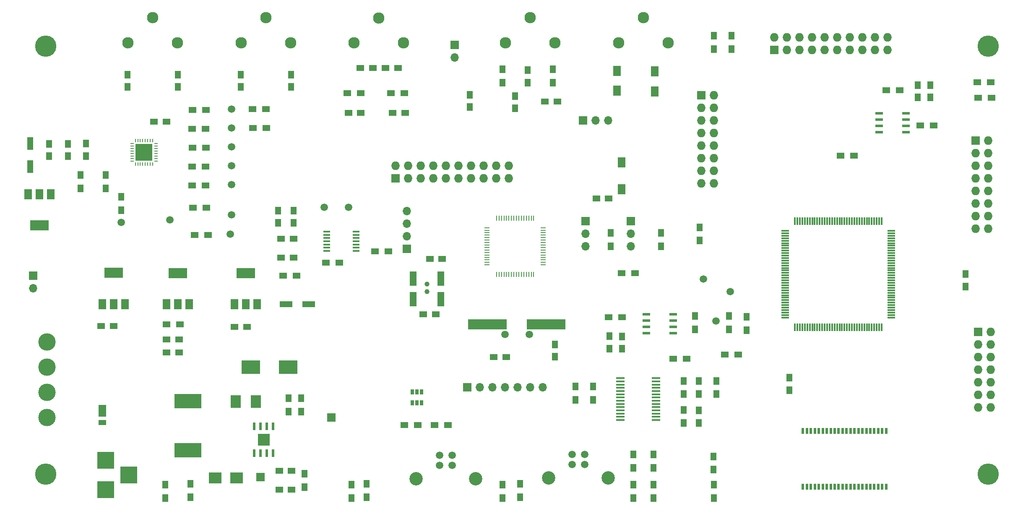
<source format=gbr>
G04 #@! TF.FileFunction,Soldermask,Top*
%FSLAX46Y46*%
G04 Gerber Fmt 4.6, Leading zero omitted, Abs format (unit mm)*
G04 Created by KiCad (PCBNEW 4.0.7-e2-6376~58~ubuntu16.04.1) date Thu Apr  4 23:28:41 2019*
%MOMM*%
%LPD*%
G01*
G04 APERTURE LIST*
%ADD10C,0.100000*%
%ADD11C,4.300000*%
%ADD12R,1.750000X0.450000*%
%ADD13C,1.500000*%
%ADD14R,3.750000X2.700000*%
%ADD15R,1.727200X1.727200*%
%ADD16O,1.727200X1.727200*%
%ADD17R,1.700000X1.700000*%
%ADD18O,1.700000X1.700000*%
%ADD19R,0.250000X1.000000*%
%ADD20R,1.000000X0.250000*%
%ADD21R,1.430000X2.850000*%
%ADD22R,1.500000X1.250000*%
%ADD23C,1.000000*%
%ADD24R,1.600000X2.000000*%
%ADD25R,1.500000X1.300000*%
%ADD26C,1.520000*%
%ADD27C,2.700000*%
%ADD28R,0.650000X1.060000*%
%ADD29R,7.875000X2.000000*%
%ADD30R,1.250000X1.500000*%
%ADD31R,1.300000X1.500000*%
%ADD32R,0.500000X1.200000*%
%ADD33R,1.550000X0.600000*%
%ADD34C,2.300000*%
%ADD35R,0.300000X1.550000*%
%ADD36R,1.550000X0.300000*%
%ADD37R,2.000000X2.500000*%
%ADD38R,2.500000X2.300000*%
%ADD39R,0.600000X1.550000*%
%ADD40R,1.175000X1.175000*%
%ADD41R,5.400040X2.900680*%
%ADD42R,1.500000X2.400000*%
%ADD43R,1.500000X1.050000*%
%ADD44R,3.500000X3.500000*%
%ADD45C,3.500000*%
%ADD46R,3.800000X2.000000*%
%ADD47R,1.500000X2.000000*%
%ADD48R,2.598420X1.198880*%
%ADD49R,2.600960X1.198880*%
%ADD50R,1.450000X0.450000*%
%ADD51R,0.250000X0.700000*%
%ADD52R,0.700000X0.250000*%
%ADD53R,1.725000X1.725000*%
%ADD54R,1.198880X2.598420*%
%ADD55R,1.198880X2.600960*%
G04 APERTURE END LIST*
D10*
D11*
X57150000Y-59690000D03*
X57150000Y-146050000D03*
X247396000Y-146050000D03*
D12*
X173140000Y-126678000D03*
X173140000Y-127328000D03*
X173140000Y-127978000D03*
X173140000Y-128628000D03*
X173140000Y-129278000D03*
X173140000Y-129928000D03*
X173140000Y-130578000D03*
X173140000Y-131228000D03*
X173140000Y-131878000D03*
X173140000Y-132528000D03*
X173140000Y-133178000D03*
X173140000Y-133828000D03*
X173140000Y-134478000D03*
X173140000Y-135128000D03*
X180340000Y-135128000D03*
X180340000Y-134478000D03*
X180340000Y-133828000D03*
X180340000Y-133178000D03*
X180340000Y-132528000D03*
X180340000Y-131878000D03*
X180340000Y-131228000D03*
X180340000Y-130578000D03*
X180340000Y-129928000D03*
X180340000Y-129278000D03*
X180340000Y-128628000D03*
X180340000Y-127978000D03*
X180340000Y-127328000D03*
X180340000Y-126678000D03*
D13*
X94361000Y-97663000D03*
D14*
X98552000Y-124460000D03*
X106102000Y-124460000D03*
D15*
X204216000Y-60452000D03*
D16*
X204216000Y-57912000D03*
X206756000Y-60452000D03*
X206756000Y-57912000D03*
X209296000Y-60452000D03*
X209296000Y-57912000D03*
X211836000Y-60452000D03*
X211836000Y-57912000D03*
X214376000Y-60452000D03*
X214376000Y-57912000D03*
X216916000Y-60452000D03*
X216916000Y-57912000D03*
X219456000Y-60452000D03*
X219456000Y-57912000D03*
X221996000Y-60452000D03*
X221996000Y-57912000D03*
X224536000Y-60452000D03*
X224536000Y-57912000D03*
X227076000Y-60452000D03*
X227076000Y-57912000D03*
D15*
X189484000Y-69596000D03*
D16*
X192024000Y-69596000D03*
X189484000Y-72136000D03*
X192024000Y-72136000D03*
X189484000Y-74676000D03*
X192024000Y-74676000D03*
X189484000Y-77216000D03*
X192024000Y-77216000D03*
X189484000Y-79756000D03*
X192024000Y-79756000D03*
X189484000Y-82296000D03*
X192024000Y-82296000D03*
X189484000Y-84836000D03*
X192024000Y-84836000D03*
X189484000Y-87376000D03*
X192024000Y-87376000D03*
D17*
X166116000Y-94996000D03*
D18*
X166116000Y-97536000D03*
X166116000Y-100076000D03*
D19*
X148142000Y-105776000D03*
X148642000Y-105776000D03*
X149142000Y-105776000D03*
X149642000Y-105776000D03*
X150142000Y-105776000D03*
X150642000Y-105776000D03*
X151142000Y-105776000D03*
X151642000Y-105776000D03*
X152142000Y-105776000D03*
X152642000Y-105776000D03*
X153142000Y-105776000D03*
X153642000Y-105776000D03*
X154142000Y-105776000D03*
X154642000Y-105776000D03*
X155142000Y-105776000D03*
X155642000Y-105776000D03*
D20*
X157592000Y-103826000D03*
X157592000Y-103326000D03*
X157592000Y-102826000D03*
X157592000Y-102326000D03*
X157592000Y-101826000D03*
X157592000Y-101326000D03*
X157592000Y-100826000D03*
X157592000Y-100326000D03*
X157592000Y-99826000D03*
X157592000Y-99326000D03*
X157592000Y-98826000D03*
X157592000Y-98326000D03*
X157592000Y-97826000D03*
X157592000Y-97326000D03*
X157592000Y-96826000D03*
X157592000Y-96326000D03*
D19*
X155642000Y-94376000D03*
X155142000Y-94376000D03*
X154642000Y-94376000D03*
X154142000Y-94376000D03*
X153642000Y-94376000D03*
X153142000Y-94376000D03*
X152642000Y-94376000D03*
X152142000Y-94376000D03*
X151642000Y-94376000D03*
X151142000Y-94376000D03*
X150642000Y-94376000D03*
X150142000Y-94376000D03*
X149642000Y-94376000D03*
X149142000Y-94376000D03*
X148642000Y-94376000D03*
X148142000Y-94376000D03*
D20*
X146192000Y-96326000D03*
X146192000Y-96826000D03*
X146192000Y-97326000D03*
X146192000Y-97826000D03*
X146192000Y-98326000D03*
X146192000Y-98826000D03*
X146192000Y-99326000D03*
X146192000Y-99826000D03*
X146192000Y-100326000D03*
X146192000Y-100826000D03*
X146192000Y-101326000D03*
X146192000Y-101826000D03*
X146192000Y-102326000D03*
X146192000Y-102826000D03*
X146192000Y-103326000D03*
X146192000Y-103826000D03*
D17*
X175260000Y-94996000D03*
D18*
X175260000Y-97536000D03*
X175260000Y-100076000D03*
D21*
X136927000Y-106637000D03*
X131297000Y-106637000D03*
X131297000Y-110787000D03*
X136927000Y-110787000D03*
D22*
X135870000Y-113792000D03*
X133370000Y-113792000D03*
X137160000Y-102616000D03*
X134660000Y-102616000D03*
D17*
X130048000Y-100584000D03*
D18*
X130048000Y-98044000D03*
X130048000Y-95504000D03*
X130048000Y-92964000D03*
D23*
X134112000Y-107696000D03*
X134112000Y-109196000D03*
D24*
X173355000Y-88552000D03*
X173355000Y-83152000D03*
D22*
X170775000Y-90424000D03*
X168275000Y-90424000D03*
X150094000Y-122428000D03*
X147594000Y-122428000D03*
D15*
X127762000Y-86360000D03*
D16*
X127762000Y-83820000D03*
X130302000Y-86360000D03*
X130302000Y-83820000D03*
X132842000Y-86360000D03*
X132842000Y-83820000D03*
X135382000Y-86360000D03*
X135382000Y-83820000D03*
X137922000Y-86360000D03*
X137922000Y-83820000D03*
X140462000Y-86360000D03*
X140462000Y-83820000D03*
X143002000Y-86360000D03*
X143002000Y-83820000D03*
X145542000Y-86360000D03*
X145542000Y-83820000D03*
X148082000Y-86360000D03*
X148082000Y-83820000D03*
X150622000Y-86360000D03*
X150622000Y-83820000D03*
D25*
X129540000Y-136144000D03*
X132240000Y-136144000D03*
D26*
X136652000Y-142272000D03*
X139192000Y-142272000D03*
X139192000Y-144272000D03*
X136652000Y-144272000D03*
D27*
X131922000Y-146972000D03*
X143922000Y-146972000D03*
D25*
X135636000Y-136144000D03*
X138336000Y-136144000D03*
D28*
X133030000Y-129456000D03*
X132080000Y-129456000D03*
X131130000Y-129456000D03*
X131130000Y-131656000D03*
X133030000Y-131656000D03*
X132080000Y-131656000D03*
D29*
X146304000Y-115824000D03*
X158179000Y-115824000D03*
D30*
X159893000Y-119888000D03*
X159893000Y-122388000D03*
D17*
X142240000Y-128524000D03*
D18*
X144780000Y-128524000D03*
X147320000Y-128524000D03*
X149860000Y-128524000D03*
X152400000Y-128524000D03*
X154940000Y-128524000D03*
X157480000Y-128524000D03*
D17*
X165608000Y-74676000D03*
D18*
X168148000Y-74676000D03*
X170688000Y-74676000D03*
D31*
X152908000Y-148002000D03*
X152908000Y-150702000D03*
X175768000Y-144780000D03*
X175768000Y-142080000D03*
D13*
X149860000Y-117856000D03*
X154740000Y-117856000D03*
D15*
X245364000Y-117348000D03*
D16*
X247904000Y-117348000D03*
X245364000Y-119888000D03*
X247904000Y-119888000D03*
X245364000Y-122428000D03*
X247904000Y-122428000D03*
X245364000Y-124968000D03*
X247904000Y-124968000D03*
X245364000Y-127508000D03*
X247904000Y-127508000D03*
X245364000Y-130048000D03*
X247904000Y-130048000D03*
X245364000Y-132588000D03*
X247904000Y-132588000D03*
D32*
X209996000Y-148609002D03*
X210796000Y-148609002D03*
X211596000Y-148609002D03*
X212396000Y-148609002D03*
X213196000Y-148609002D03*
X213996000Y-148609002D03*
X214796000Y-148609002D03*
X215596000Y-148609002D03*
X216396000Y-148609002D03*
X217196000Y-148609002D03*
X217996000Y-148609002D03*
X218796000Y-148609002D03*
X220396000Y-148609002D03*
X219596000Y-148609002D03*
X221196000Y-148609002D03*
X221996000Y-148609002D03*
X222796000Y-148609002D03*
X223596000Y-148609002D03*
X224396000Y-148609002D03*
X225196000Y-148609002D03*
X225996000Y-148609002D03*
X226796000Y-148609002D03*
X226796000Y-137309002D03*
X225996000Y-137309002D03*
X225196000Y-137309002D03*
X224396000Y-137309002D03*
X223596000Y-137309002D03*
X222796000Y-137309002D03*
X221996000Y-137309002D03*
X221196000Y-137309002D03*
X219596000Y-137309002D03*
X220396000Y-137309002D03*
X218796000Y-137309002D03*
X217996000Y-137309002D03*
X217196000Y-137309002D03*
X216396000Y-137309002D03*
X215596000Y-137309002D03*
X214796000Y-137309002D03*
X213996000Y-137309002D03*
X213196000Y-137309002D03*
X212396000Y-137309002D03*
X211596000Y-137309002D03*
X210796000Y-137309002D03*
X209996000Y-137309002D03*
D30*
X170942000Y-120737000D03*
X170942000Y-118237000D03*
D31*
X167640000Y-128364000D03*
X167640000Y-131064000D03*
D25*
X170782000Y-114427000D03*
X173482000Y-114427000D03*
D30*
X173482000Y-118277000D03*
X173482000Y-120777000D03*
D31*
X164084000Y-128364000D03*
X164084000Y-131064000D03*
X179832000Y-142080000D03*
X179832000Y-144780000D03*
X179832000Y-150876000D03*
X179832000Y-148176000D03*
D26*
X163418000Y-142112000D03*
X165958000Y-142112000D03*
X165958000Y-144112000D03*
X163418000Y-144112000D03*
D27*
X158688000Y-146812000D03*
X170688000Y-146812000D03*
D31*
X149352000Y-150876000D03*
X149352000Y-148176000D03*
X175768000Y-150876000D03*
X175768000Y-148176000D03*
X198628000Y-117000000D03*
X198628000Y-114300000D03*
X188214000Y-116840000D03*
X188214000Y-114140000D03*
X195072000Y-114140000D03*
X195072000Y-116840000D03*
D33*
X183802000Y-117602000D03*
X183802000Y-116332000D03*
X183802000Y-115062000D03*
X183802000Y-113792000D03*
X178402000Y-113792000D03*
X178402000Y-115062000D03*
X178402000Y-116332000D03*
X178402000Y-117602000D03*
D31*
X185928000Y-129921000D03*
X185928000Y-127221000D03*
X188976000Y-129921000D03*
X188976000Y-127221000D03*
X192532000Y-129921000D03*
X192532000Y-127221000D03*
D25*
X186516000Y-122809000D03*
X183816000Y-122809000D03*
X194230000Y-121920000D03*
X196930000Y-121920000D03*
D30*
X207264000Y-126619000D03*
X207264000Y-129119000D03*
D31*
X191897000Y-142461000D03*
X191897000Y-145161000D03*
D30*
X188976000Y-135723000D03*
X188976000Y-133223000D03*
D31*
X192024000Y-150876000D03*
X192024000Y-148176000D03*
X185928000Y-135763000D03*
X185928000Y-133063000D03*
D30*
X151892000Y-72243000D03*
X151892000Y-69743000D03*
X142748000Y-72009000D03*
X142748000Y-69509000D03*
D31*
X159512000Y-67056000D03*
X159512000Y-64356000D03*
D17*
X139700000Y-59436000D03*
D18*
X139700000Y-61976000D03*
D30*
X154432000Y-64556000D03*
X154432000Y-67056000D03*
D34*
X154940000Y-53975000D03*
X159940000Y-58975000D03*
X149940000Y-58975000D03*
D31*
X149352000Y-67056000D03*
X149352000Y-64356000D03*
D34*
X177800000Y-53975000D03*
X182800000Y-58975000D03*
X172800000Y-58975000D03*
D22*
X160401000Y-70866000D03*
X157901000Y-70866000D03*
D24*
X172466000Y-68675000D03*
X172466000Y-64675000D03*
X180086000Y-68802000D03*
X180086000Y-64802000D03*
D13*
X195326000Y-109220000D03*
D31*
X181356000Y-97376000D03*
X181356000Y-100076000D03*
X171196000Y-97376000D03*
X171196000Y-100076000D03*
D25*
X118030000Y-69215000D03*
X120730000Y-69215000D03*
D22*
X128250000Y-64135000D03*
X125750000Y-64135000D03*
X120670000Y-64135000D03*
X123170000Y-64135000D03*
X118257000Y-73152000D03*
X120757000Y-73152000D03*
X127167000Y-73152000D03*
X129667000Y-73152000D03*
D34*
X124380000Y-54055000D03*
X129380000Y-59055000D03*
X119380000Y-59055000D03*
D25*
X126840000Y-69215000D03*
X129540000Y-69215000D03*
D13*
X192405000Y-115189000D03*
X189865000Y-106680000D03*
D25*
X173355000Y-105537000D03*
X176055000Y-105537000D03*
D31*
X189103000Y-98933000D03*
X189103000Y-96233000D03*
D25*
X217598000Y-81788000D03*
X220298000Y-81788000D03*
D31*
X195580000Y-57578000D03*
X195580000Y-60278000D03*
X192024000Y-57578000D03*
X192024000Y-60278000D03*
D25*
X226822000Y-68580000D03*
X229522000Y-68580000D03*
D33*
X225392000Y-73279000D03*
X225392000Y-74549000D03*
X225392000Y-75819000D03*
X225392000Y-77089000D03*
X230792000Y-77089000D03*
X230792000Y-75819000D03*
X230792000Y-74549000D03*
X230792000Y-73279000D03*
D30*
X242824000Y-108204000D03*
X242824000Y-105704000D03*
D15*
X244856000Y-78740000D03*
D16*
X247396000Y-78740000D03*
X244856000Y-81280000D03*
X247396000Y-81280000D03*
X244856000Y-83820000D03*
X247396000Y-83820000D03*
X244856000Y-86360000D03*
X247396000Y-86360000D03*
X244856000Y-88900000D03*
X247396000Y-88900000D03*
X244856000Y-91440000D03*
X247396000Y-91440000D03*
X244856000Y-93980000D03*
X247396000Y-93980000D03*
X244856000Y-96520000D03*
X247396000Y-96520000D03*
D35*
X225876000Y-94996000D03*
X225376000Y-94996000D03*
X224876000Y-94996000D03*
X224376000Y-94996000D03*
X223876000Y-94996000D03*
X223376000Y-94996000D03*
X222876000Y-94996000D03*
X222376000Y-94996000D03*
X221876000Y-94996000D03*
X221376000Y-94996000D03*
X220876000Y-94996000D03*
X220376000Y-94996000D03*
X219876000Y-94996000D03*
X219376000Y-94996000D03*
X218876000Y-94996000D03*
X218376000Y-94996000D03*
X217876000Y-94996000D03*
X217376000Y-94996000D03*
X216876000Y-94996000D03*
X216376000Y-94996000D03*
X215876000Y-94996000D03*
X215376000Y-94996000D03*
X214876000Y-94996000D03*
X214376000Y-94996000D03*
X213876000Y-94996000D03*
X213376000Y-94996000D03*
X212876000Y-94996000D03*
X212376000Y-94996000D03*
X211876000Y-94996000D03*
X211376000Y-94996000D03*
X210876000Y-94996000D03*
X210376000Y-94996000D03*
X209876000Y-94996000D03*
X209376000Y-94996000D03*
X208876000Y-94996000D03*
X208376000Y-94996000D03*
D36*
X206426000Y-96946000D03*
X206426000Y-97446000D03*
X206426000Y-97946000D03*
X206426000Y-98446000D03*
X206426000Y-98946000D03*
X206426000Y-99446000D03*
X206426000Y-99946000D03*
X206426000Y-100446000D03*
X206426000Y-100946000D03*
X206426000Y-101446000D03*
X206426000Y-101946000D03*
X206426000Y-102446000D03*
X206426000Y-102946000D03*
X206426000Y-103446000D03*
X206426000Y-103946000D03*
X206426000Y-104446000D03*
X206426000Y-104946000D03*
X206426000Y-105446000D03*
X206426000Y-105946000D03*
X206426000Y-106446000D03*
X206426000Y-106946000D03*
X206426000Y-107446000D03*
X206426000Y-107946000D03*
X206426000Y-108446000D03*
X206426000Y-108946000D03*
X206426000Y-109446000D03*
X206426000Y-109946000D03*
X206426000Y-110446000D03*
X206426000Y-110946000D03*
X206426000Y-111446000D03*
X206426000Y-111946000D03*
X206426000Y-112446000D03*
X206426000Y-112946000D03*
X206426000Y-113446000D03*
X206426000Y-113946000D03*
X206426000Y-114446000D03*
D35*
X208376000Y-116396000D03*
X208876000Y-116396000D03*
X209376000Y-116396000D03*
X209876000Y-116396000D03*
X210376000Y-116396000D03*
X210876000Y-116396000D03*
X211376000Y-116396000D03*
X211876000Y-116396000D03*
X212376000Y-116396000D03*
X212876000Y-116396000D03*
X213376000Y-116396000D03*
X213876000Y-116396000D03*
X214376000Y-116396000D03*
X214876000Y-116396000D03*
X215376000Y-116396000D03*
X215876000Y-116396000D03*
X216376000Y-116396000D03*
X216876000Y-116396000D03*
X217376000Y-116396000D03*
X217876000Y-116396000D03*
X218376000Y-116396000D03*
X218876000Y-116396000D03*
X219376000Y-116396000D03*
X219876000Y-116396000D03*
X220376000Y-116396000D03*
X220876000Y-116396000D03*
X221376000Y-116396000D03*
X221876000Y-116396000D03*
X222376000Y-116396000D03*
X222876000Y-116396000D03*
X223376000Y-116396000D03*
X223876000Y-116396000D03*
X224376000Y-116396000D03*
X224876000Y-116396000D03*
X225376000Y-116396000D03*
X225876000Y-116396000D03*
D36*
X227826000Y-114446000D03*
X227826000Y-113946000D03*
X227826000Y-113446000D03*
X227826000Y-112946000D03*
X227826000Y-112446000D03*
X227826000Y-111946000D03*
X227826000Y-111446000D03*
X227826000Y-110946000D03*
X227826000Y-110446000D03*
X227826000Y-109946000D03*
X227826000Y-109446000D03*
X227826000Y-108946000D03*
X227826000Y-108446000D03*
X227826000Y-107946000D03*
X227826000Y-107446000D03*
X227826000Y-106946000D03*
X227826000Y-106446000D03*
X227826000Y-105946000D03*
X227826000Y-105446000D03*
X227826000Y-104946000D03*
X227826000Y-104446000D03*
X227826000Y-103946000D03*
X227826000Y-103446000D03*
X227826000Y-102946000D03*
X227826000Y-102446000D03*
X227826000Y-101946000D03*
X227826000Y-101446000D03*
X227826000Y-100946000D03*
X227826000Y-100446000D03*
X227826000Y-99946000D03*
X227826000Y-99446000D03*
X227826000Y-98946000D03*
X227826000Y-98446000D03*
X227826000Y-97946000D03*
X227826000Y-97446000D03*
X227826000Y-96946000D03*
D25*
X247880998Y-66973001D03*
X245180998Y-66973001D03*
D30*
X233172000Y-70064000D03*
X233172000Y-67564000D03*
X235712000Y-70064000D03*
X235712000Y-67564000D03*
D25*
X248064000Y-70104000D03*
X245364000Y-70104000D03*
X236380000Y-75692000D03*
X233680000Y-75692000D03*
D22*
X104287000Y-145415000D03*
X106787000Y-145415000D03*
D37*
X95536000Y-131445000D03*
X99536000Y-131445000D03*
D31*
X108712000Y-133430000D03*
X108712000Y-130730000D03*
D38*
X91322000Y-146812000D03*
X95622000Y-146812000D03*
D17*
X100457000Y-146685000D03*
X114808000Y-134620000D03*
D31*
X106172000Y-130730000D03*
X106172000Y-133430000D03*
D39*
X99234500Y-141812500D03*
X100504500Y-141812500D03*
X101774500Y-141812500D03*
X103044500Y-141812500D03*
X103044500Y-136412500D03*
X101774500Y-136412500D03*
X100504500Y-136412500D03*
X99234500Y-136412500D03*
D40*
X101727000Y-138525000D03*
X100552000Y-138525000D03*
X101727000Y-139700000D03*
X100552000Y-139700000D03*
D31*
X86360000Y-150702000D03*
X86360000Y-148002000D03*
X81280000Y-150876000D03*
X81280000Y-148176000D03*
D41*
X85852000Y-141224000D03*
X85852000Y-131323080D03*
D42*
X68580000Y-133261000D03*
D43*
X68580000Y-135636000D03*
D44*
X69215000Y-143225000D03*
X69215000Y-149225000D03*
X73915000Y-146225000D03*
D45*
X57404000Y-134620000D03*
X57404000Y-129540000D03*
X57404000Y-124460000D03*
X57404000Y-119380000D03*
D22*
X104287000Y-149225000D03*
X106787000Y-149225000D03*
D31*
X121920000Y-148002000D03*
X121920000Y-150702000D03*
X118872000Y-150876000D03*
X118872000Y-148176000D03*
X109347000Y-145970000D03*
X109347000Y-148670000D03*
D22*
X84054000Y-121539000D03*
X81554000Y-121539000D03*
D25*
X84234000Y-115824000D03*
X81534000Y-115824000D03*
D22*
X84054000Y-118872000D03*
X81554000Y-118872000D03*
X70826000Y-116205000D03*
X68326000Y-116205000D03*
D46*
X83804240Y-105460000D03*
D47*
X83804240Y-111760000D03*
X86104240Y-111760000D03*
X81504240Y-111760000D03*
D46*
X55880000Y-95885000D03*
D47*
X55880000Y-89585000D03*
X53580000Y-89585000D03*
X58180000Y-89585000D03*
D17*
X54610000Y-106045000D03*
D18*
X54610000Y-108585000D03*
D46*
X70866000Y-105435000D03*
D47*
X70866000Y-111735000D03*
X73166000Y-111735000D03*
X68566000Y-111735000D03*
D22*
X97770000Y-116332000D03*
X95270000Y-116332000D03*
D48*
X110236000Y-111760000D03*
D49*
X105633520Y-111760000D03*
D25*
X107729000Y-106045000D03*
X105029000Y-106045000D03*
D46*
X97536000Y-105460000D03*
D47*
X97536000Y-111760000D03*
X99836000Y-111760000D03*
X95236000Y-111760000D03*
D50*
X113890000Y-97110000D03*
X113890000Y-97760000D03*
X113890000Y-98410000D03*
X113890000Y-99060000D03*
X113890000Y-99710000D03*
X113890000Y-100360000D03*
X113890000Y-101010000D03*
X119790000Y-101010000D03*
X119790000Y-100360000D03*
X119790000Y-99710000D03*
X119790000Y-99060000D03*
X119790000Y-98410000D03*
X119790000Y-97760000D03*
X119790000Y-97110000D03*
D30*
X107188000Y-92857000D03*
X107188000Y-95357000D03*
X104013000Y-92857000D03*
X104013000Y-95357000D03*
D22*
X107168000Y-98552000D03*
X104668000Y-98552000D03*
X107168000Y-102362000D03*
X104668000Y-102362000D03*
D13*
X113357000Y-92202000D03*
X118237000Y-92202000D03*
D25*
X89417639Y-87796615D03*
X86717639Y-87796615D03*
X89417639Y-83986615D03*
X86717639Y-83986615D03*
X89497639Y-80176615D03*
X86797639Y-80176615D03*
D13*
X94615000Y-83820000D03*
X94615000Y-80010000D03*
D22*
X79014000Y-74930000D03*
X81514000Y-74930000D03*
D30*
X65278000Y-79375000D03*
X65278000Y-81875000D03*
D51*
X75225000Y-83525000D03*
X75725000Y-83525000D03*
X76225000Y-83525000D03*
X76725000Y-83525000D03*
X77225000Y-83525000D03*
X77725000Y-83525000D03*
X78225000Y-83525000D03*
X78725000Y-83525000D03*
D52*
X79375000Y-82875000D03*
X79375000Y-82375000D03*
X79375000Y-81875000D03*
X79375000Y-81375000D03*
X79375000Y-80875000D03*
X79375000Y-80375000D03*
X79375000Y-79875000D03*
X79375000Y-79375000D03*
D51*
X78725000Y-78725000D03*
X78225000Y-78725000D03*
X77725000Y-78725000D03*
X77225000Y-78725000D03*
X76725000Y-78725000D03*
X76225000Y-78725000D03*
X75725000Y-78725000D03*
X75225000Y-78725000D03*
D52*
X74575000Y-79375000D03*
X74575000Y-79875000D03*
X74575000Y-80375000D03*
X74575000Y-80875000D03*
X74575000Y-81375000D03*
X74575000Y-81875000D03*
X74575000Y-82375000D03*
X74575000Y-82875000D03*
D53*
X77837500Y-80262500D03*
X76112500Y-80262500D03*
X77837500Y-81987500D03*
X76112500Y-81987500D03*
D13*
X82169000Y-94742000D03*
D25*
X89497639Y-72556615D03*
X86797639Y-72556615D03*
X89417639Y-76366615D03*
X86717639Y-76366615D03*
D13*
X94615000Y-72390000D03*
X94615000Y-76200000D03*
D31*
X69215000Y-88425000D03*
X69215000Y-85725000D03*
X72390000Y-92790000D03*
X72390000Y-90090000D03*
D13*
X72390000Y-95250000D03*
D30*
X57785000Y-79395000D03*
X57785000Y-81895000D03*
D31*
X64135000Y-88425000D03*
X64135000Y-85725000D03*
D54*
X53975000Y-79375000D03*
D55*
X53975000Y-83977480D03*
D30*
X61595000Y-79395000D03*
X61595000Y-81895000D03*
D34*
X78740000Y-53975000D03*
X83740000Y-58975000D03*
X73740000Y-58975000D03*
D30*
X83820000Y-67925000D03*
X83820000Y-65425000D03*
X106680000Y-67925000D03*
X106680000Y-65425000D03*
X73660000Y-67925000D03*
X73660000Y-65425000D03*
X96520000Y-67925000D03*
X96520000Y-65425000D03*
D34*
X101600000Y-53975000D03*
X106600000Y-58975000D03*
X96600000Y-58975000D03*
D13*
X94615000Y-87630000D03*
D25*
X89878639Y-97829615D03*
X87178639Y-97829615D03*
D13*
X94615000Y-93726000D03*
D25*
X89568000Y-92329000D03*
X86868000Y-92329000D03*
D11*
X247396000Y-59690000D03*
D25*
X113712000Y-103378000D03*
X116412000Y-103378000D03*
X126318000Y-101092000D03*
X123618000Y-101092000D03*
X101600000Y-72390000D03*
X98900000Y-72390000D03*
X101680000Y-76200000D03*
X98980000Y-76200000D03*
M02*

</source>
